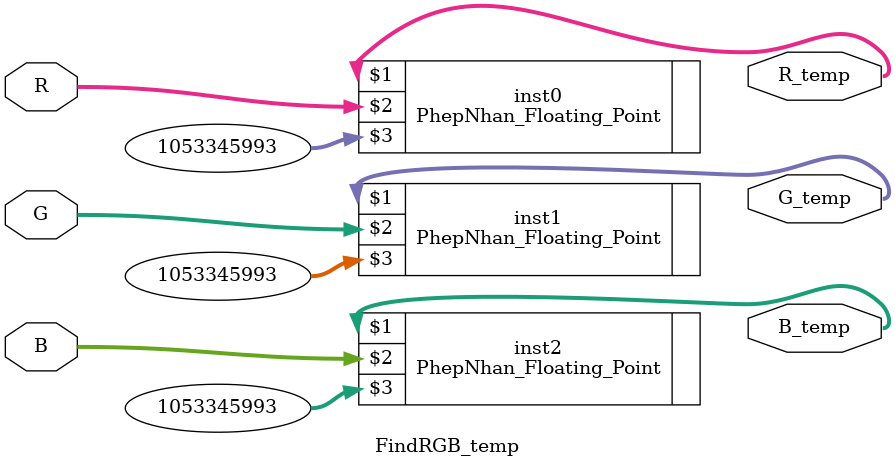
<source format=v>
module FindRGB_temp(R_temp, G_temp, B_temp, R, G, B);
output [31:0] R_temp, G_temp, B_temp;
input	[31:0] R, G, B;

PhepNhan_Floating_Point inst0(R_temp, R, 32'h3ec8c8c9);
PhepNhan_Floating_Point inst1(G_temp, G, 32'h3ec8c8c9);
PhepNhan_Floating_Point inst2(B_temp, B, 32'h3ec8c8c9);

endmodule
</source>
